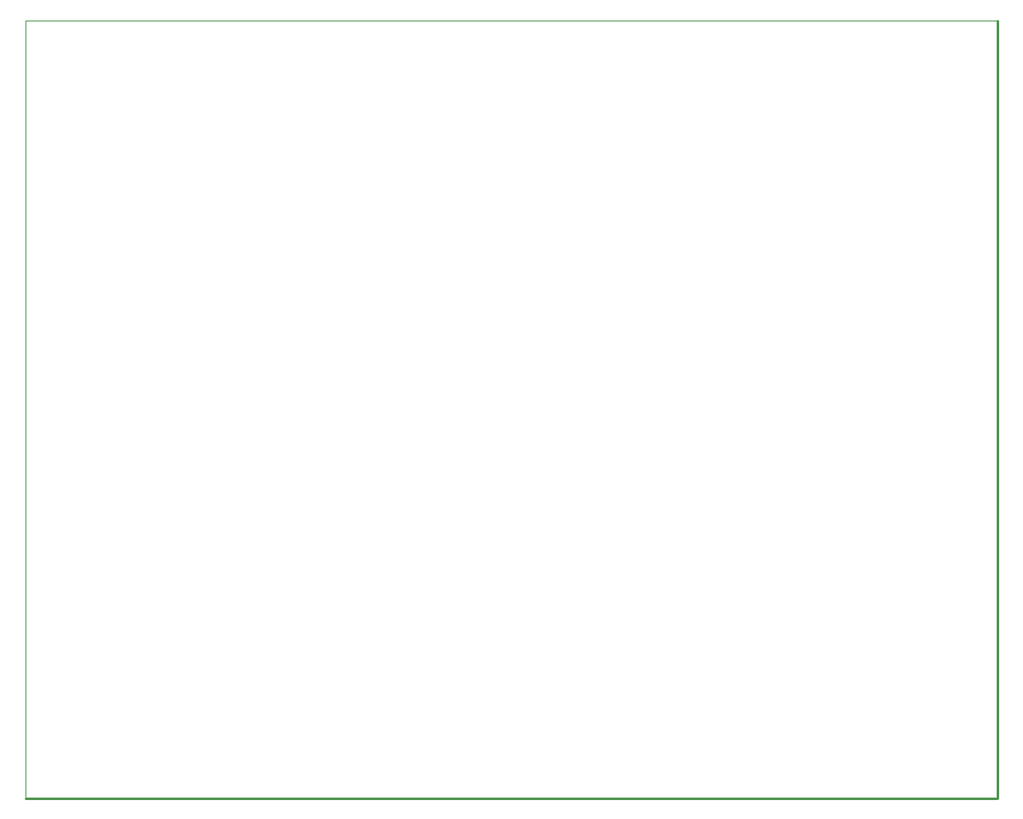
<source format=gbr>
%TF.GenerationSoftware,KiCad,Pcbnew,5.1.9+dfsg1-1*%
%TF.CreationDate,2022-02-21T14:57:17+01:00*%
%TF.ProjectId,sc606-baseboard,73633630-362d-4626-9173-65626f617264,rev?*%
%TF.SameCoordinates,Original*%
%TF.FileFunction,Glue,Bot*%
%TF.FilePolarity,Positive*%
%FSLAX46Y46*%
G04 Gerber Fmt 4.6, Leading zero omitted, Abs format (unit mm)*
G04 Created by KiCad (PCBNEW 5.1.9+dfsg1-1) date 2022-02-21 14:57:17 commit 2b5f92f*
%MOMM*%
%LPD*%
G01*
G04 APERTURE LIST*
%TA.AperFunction,Profile*%
%ADD10C,0.120000*%
%TD*%
%TA.AperFunction,Profile*%
%ADD11C,0.254000*%
%TD*%
G04 APERTURE END LIST*
D10*
X175600000Y-42400000D02*
X75600000Y-42400000D01*
D11*
X175600000Y-42400000D02*
X175600000Y-122400000D01*
D10*
X75600000Y-122400000D02*
X75600000Y-42400000D01*
D11*
X175600000Y-122400000D02*
X75600000Y-122400000D01*
M02*

</source>
